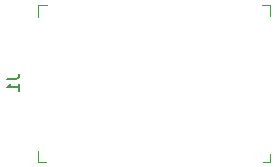
<source format=gbr>
G04 #@! TF.GenerationSoftware,KiCad,Pcbnew,5.1.4-e60b266~84~ubuntu18.04.1*
G04 #@! TF.CreationDate,2019-09-29T22:34:52+02:00*
G04 #@! TF.ProjectId,Circuit,43697263-7569-4742-9e6b-696361645f70,rev?*
G04 #@! TF.SameCoordinates,Original*
G04 #@! TF.FileFunction,Legend,Bot*
G04 #@! TF.FilePolarity,Positive*
%FSLAX46Y46*%
G04 Gerber Fmt 4.6, Leading zero omitted, Abs format (unit mm)*
G04 Created by KiCad (PCBNEW 5.1.4-e60b266~84~ubuntu18.04.1) date 2019-09-29 22:34:52*
%MOMM*%
%LPD*%
G04 APERTURE LIST*
%ADD10C,0.100000*%
%ADD11C,0.150000*%
G04 APERTURE END LIST*
D10*
G04 #@! TO.C,J1*
X186701000Y-96916000D02*
X186701000Y-95941000D01*
X186701000Y-95941000D02*
X186026000Y-95941000D01*
X186051000Y-109291000D02*
X186701000Y-109291000D01*
X186701000Y-109291000D02*
X186701000Y-108591000D01*
X167001000Y-96966000D02*
X167001000Y-95941000D01*
X167001000Y-95941000D02*
X167801000Y-95941000D01*
X167001000Y-108341000D02*
X167001000Y-109291000D01*
X167001000Y-109291000D02*
X167726000Y-109291000D01*
D11*
X164453380Y-102207666D02*
X165167666Y-102207666D01*
X165310523Y-102160047D01*
X165405761Y-102064809D01*
X165453380Y-101921952D01*
X165453380Y-101826714D01*
X165453380Y-103207666D02*
X165453380Y-102636238D01*
X165453380Y-102921952D02*
X164453380Y-102921952D01*
X164596238Y-102826714D01*
X164691476Y-102731476D01*
X164739095Y-102636238D01*
G04 #@! TD*
M02*

</source>
